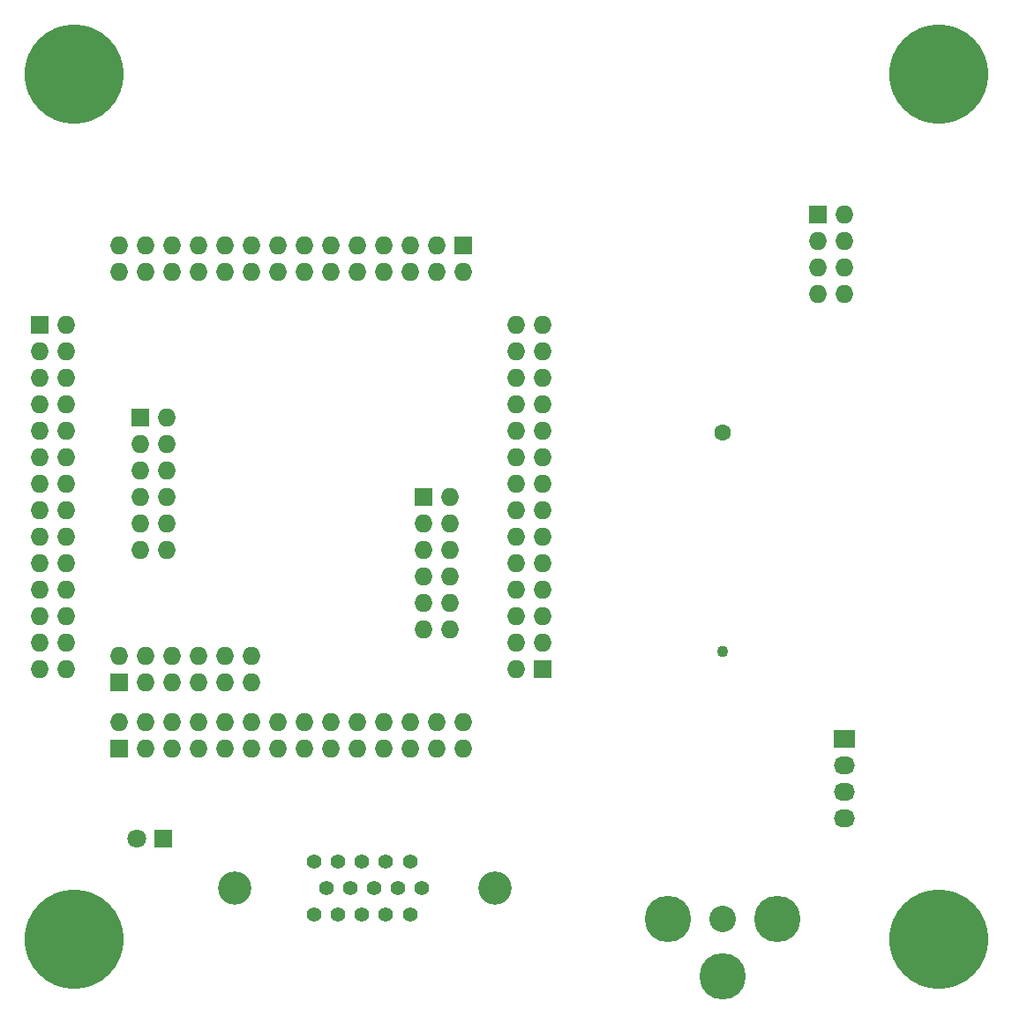
<source format=gbr>
G04 #@! TF.FileFunction,Soldermask,Bot*
%FSLAX46Y46*%
G04 Gerber Fmt 4.6, Leading zero omitted, Abs format (unit mm)*
G04 Created by KiCad (PCBNEW (after 2015-mar-04 BZR unknown)-product) date 1/20/2017 3:32:36 PM*
%MOMM*%
G01*
G04 APERTURE LIST*
%ADD10C,0.150000*%
%ADD11C,9.525000*%
%ADD12R,1.727200X1.727200*%
%ADD13O,1.727200X1.727200*%
%ADD14C,4.445000*%
%ADD15C,2.540000*%
%ADD16R,2.032000X1.727200*%
%ADD17O,2.032000X1.727200*%
%ADD18C,3.200000*%
%ADD19C,1.397000*%
%ADD20C,1.600000*%
%ADD21C,1.100000*%
%ADD22R,1.800000X1.800000*%
%ADD23C,1.800000*%
G04 APERTURE END LIST*
D10*
D11*
X99000000Y-16000000D03*
X99000000Y-99000000D03*
D12*
X20320000Y-80645000D03*
D13*
X20320000Y-78105000D03*
X22860000Y-80645000D03*
X22860000Y-78105000D03*
X25400000Y-80645000D03*
X25400000Y-78105000D03*
X27940000Y-80645000D03*
X27940000Y-78105000D03*
X30480000Y-80645000D03*
X30480000Y-78105000D03*
X33020000Y-80645000D03*
X33020000Y-78105000D03*
X35560000Y-80645000D03*
X35560000Y-78105000D03*
X38100000Y-80645000D03*
X38100000Y-78105000D03*
X40640000Y-80645000D03*
X40640000Y-78105000D03*
X43180000Y-80645000D03*
X43180000Y-78105000D03*
X45720000Y-80645000D03*
X45720000Y-78105000D03*
X48260000Y-80645000D03*
X48260000Y-78105000D03*
X50800000Y-80645000D03*
X50800000Y-78105000D03*
X53340000Y-80645000D03*
X53340000Y-78105000D03*
D12*
X60960000Y-73025000D03*
D13*
X58420000Y-73025000D03*
X60960000Y-70485000D03*
X58420000Y-70485000D03*
X60960000Y-67945000D03*
X58420000Y-67945000D03*
X60960000Y-65405000D03*
X58420000Y-65405000D03*
X60960000Y-62865000D03*
X58420000Y-62865000D03*
X60960000Y-60325000D03*
X58420000Y-60325000D03*
X60960000Y-57785000D03*
X58420000Y-57785000D03*
X60960000Y-55245000D03*
X58420000Y-55245000D03*
X60960000Y-52705000D03*
X58420000Y-52705000D03*
X60960000Y-50165000D03*
X58420000Y-50165000D03*
X60960000Y-47625000D03*
X58420000Y-47625000D03*
X60960000Y-45085000D03*
X58420000Y-45085000D03*
X60960000Y-42545000D03*
X58420000Y-42545000D03*
X60960000Y-40005000D03*
X58420000Y-40005000D03*
D12*
X53340000Y-32385000D03*
D13*
X53340000Y-34925000D03*
X50800000Y-32385000D03*
X50800000Y-34925000D03*
X48260000Y-32385000D03*
X48260000Y-34925000D03*
X45720000Y-32385000D03*
X45720000Y-34925000D03*
X43180000Y-32385000D03*
X43180000Y-34925000D03*
X40640000Y-32385000D03*
X40640000Y-34925000D03*
X38100000Y-32385000D03*
X38100000Y-34925000D03*
X35560000Y-32385000D03*
X35560000Y-34925000D03*
X33020000Y-32385000D03*
X33020000Y-34925000D03*
X30480000Y-32385000D03*
X30480000Y-34925000D03*
X27940000Y-32385000D03*
X27940000Y-34925000D03*
X25400000Y-32385000D03*
X25400000Y-34925000D03*
X22860000Y-32385000D03*
X22860000Y-34925000D03*
X20320000Y-32385000D03*
X20320000Y-34925000D03*
D12*
X12700000Y-40005000D03*
D13*
X15240000Y-40005000D03*
X12700000Y-42545000D03*
X15240000Y-42545000D03*
X12700000Y-45085000D03*
X15240000Y-45085000D03*
X12700000Y-47625000D03*
X15240000Y-47625000D03*
X12700000Y-50165000D03*
X15240000Y-50165000D03*
X12700000Y-52705000D03*
X15240000Y-52705000D03*
X12700000Y-55245000D03*
X15240000Y-55245000D03*
X12700000Y-57785000D03*
X15240000Y-57785000D03*
X12700000Y-60325000D03*
X15240000Y-60325000D03*
X12700000Y-62865000D03*
X15240000Y-62865000D03*
X12700000Y-65405000D03*
X15240000Y-65405000D03*
X12700000Y-67945000D03*
X15240000Y-67945000D03*
X12700000Y-70485000D03*
X15240000Y-70485000D03*
X12700000Y-73025000D03*
X15240000Y-73025000D03*
D14*
X78232000Y-102539800D03*
X83477100Y-97028000D03*
X72986900Y-97028000D03*
D15*
X78232000Y-97028000D03*
D12*
X20320000Y-74295000D03*
D13*
X20320000Y-71755000D03*
X22860000Y-74295000D03*
X22860000Y-71755000D03*
X25400000Y-74295000D03*
X25400000Y-71755000D03*
X27940000Y-74295000D03*
X27940000Y-71755000D03*
X30480000Y-74295000D03*
X30480000Y-71755000D03*
X33020000Y-74295000D03*
X33020000Y-71755000D03*
D16*
X89916000Y-79756000D03*
D17*
X89916000Y-82296000D03*
X89916000Y-84836000D03*
X89916000Y-87376000D03*
D12*
X87376000Y-29464000D03*
D13*
X89916000Y-29464000D03*
X87376000Y-32004000D03*
X89916000Y-32004000D03*
X87376000Y-34544000D03*
X89916000Y-34544000D03*
X87376000Y-37084000D03*
X89916000Y-37084000D03*
D11*
X16000000Y-99000000D03*
D12*
X22352000Y-48895000D03*
D13*
X24892000Y-48895000D03*
X22352000Y-51435000D03*
X24892000Y-51435000D03*
X22352000Y-53975000D03*
X24892000Y-53975000D03*
X22352000Y-56515000D03*
X24892000Y-56515000D03*
X22352000Y-59055000D03*
X24892000Y-59055000D03*
X22352000Y-61595000D03*
X24892000Y-61595000D03*
D12*
X49530000Y-56515000D03*
D13*
X52070000Y-56515000D03*
X49530000Y-59055000D03*
X52070000Y-59055000D03*
X49530000Y-61595000D03*
X52070000Y-61595000D03*
X49530000Y-64135000D03*
X52070000Y-64135000D03*
X49530000Y-66675000D03*
X52070000Y-66675000D03*
X49530000Y-69215000D03*
X52070000Y-69215000D03*
D18*
X56436260Y-94033340D03*
D19*
X43675300Y-91493340D03*
X45961300Y-91493340D03*
X48252380Y-91493340D03*
X41381680Y-91493340D03*
X39093140Y-91493340D03*
X42527220Y-94033340D03*
X44815760Y-94033340D03*
X47106840Y-94033340D03*
X49397920Y-94033340D03*
D18*
X31447740Y-94033340D03*
D19*
X40236140Y-94033340D03*
X48252380Y-96573340D03*
X45961300Y-96573340D03*
X43672760Y-96570800D03*
X41381680Y-96573340D03*
X39093140Y-96573340D03*
D11*
X16000000Y-16000000D03*
D20*
X78232000Y-50412000D03*
D21*
X78232000Y-71412000D03*
D22*
X24574500Y-89281000D03*
D23*
X22034500Y-89281000D03*
M02*

</source>
